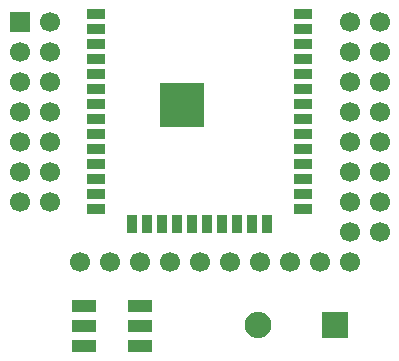
<source format=gbr>
%TF.GenerationSoftware,KiCad,Pcbnew,8.0.4*%
%TF.CreationDate,2024-08-06T00:37:43-04:00*%
%TF.ProjectId,ESP32-WROOM-Socket-Legacy-v2,45535033-322d-4575-924f-4f4d2d536f63,rev?*%
%TF.SameCoordinates,Original*%
%TF.FileFunction,Soldermask,Top*%
%TF.FilePolarity,Negative*%
%FSLAX46Y46*%
G04 Gerber Fmt 4.6, Leading zero omitted, Abs format (unit mm)*
G04 Created by KiCad (PCBNEW 8.0.4) date 2024-08-06 00:37:43*
%MOMM*%
%LPD*%
G01*
G04 APERTURE LIST*
%ADD10R,2.000000X1.100000*%
%ADD11R,1.700000X1.700000*%
%ADD12R,1.500000X0.900000*%
%ADD13C,1.700000*%
%ADD14R,0.900000X1.500000*%
%ADD15R,3.800000X3.800000*%
%ADD16R,2.250000X2.250000*%
%ADD17O,2.250000X2.250000*%
G04 APERTURE END LIST*
D10*
%TO.C,D1*%
X150140000Y-105375000D03*
X150140000Y-107075000D03*
X150140000Y-108775000D03*
X154940000Y-108775000D03*
X154940000Y-107075000D03*
X154940000Y-105375000D03*
%TD*%
D11*
%TO.C,U1*%
X144720000Y-81320000D03*
D12*
X151210000Y-80690000D03*
D13*
X147260000Y-81320000D03*
D12*
X151210000Y-81960000D03*
D13*
X144720000Y-83860000D03*
D12*
X151210000Y-83230000D03*
D13*
X147260000Y-83860000D03*
D12*
X151210000Y-84500000D03*
D13*
X144720000Y-86400000D03*
D12*
X151210000Y-85770000D03*
D13*
X147260000Y-86400000D03*
D12*
X151210000Y-87040000D03*
D13*
X144720000Y-88940000D03*
D12*
X151210000Y-88310000D03*
D13*
X147260000Y-88940000D03*
D12*
X151210000Y-89580000D03*
D13*
X144720000Y-91480000D03*
D12*
X151210000Y-90850000D03*
D13*
X147260000Y-91480000D03*
D12*
X151210000Y-92120000D03*
D13*
X144720000Y-94020000D03*
D12*
X151210000Y-93390000D03*
D13*
X147260000Y-94020000D03*
D12*
X151210000Y-94660000D03*
D13*
X144720000Y-96560000D03*
D12*
X151210000Y-95930000D03*
D13*
X147260000Y-96560000D03*
D12*
X151210000Y-97200000D03*
D13*
X149800000Y-101640000D03*
D14*
X154250000Y-98450000D03*
D13*
X152340000Y-101640000D03*
D14*
X155520000Y-98450000D03*
D13*
X154880000Y-101640000D03*
D14*
X156790000Y-98450000D03*
D13*
X157420000Y-101640000D03*
D14*
X158060000Y-98450000D03*
X159330000Y-98450000D03*
D13*
X159960000Y-101640000D03*
D14*
X160600000Y-98450000D03*
D13*
X162500000Y-101640000D03*
D14*
X161870000Y-98450000D03*
D13*
X165040000Y-101640000D03*
D14*
X163140000Y-98450000D03*
D13*
X167580000Y-101640000D03*
D14*
X164410000Y-98450000D03*
D13*
X170120000Y-101640000D03*
D14*
X165680000Y-98450000D03*
D13*
X172660000Y-101640000D03*
D12*
X168710000Y-97200000D03*
D13*
X172660000Y-99100000D03*
X175200000Y-96560000D03*
D12*
X168710000Y-95930000D03*
D13*
X172660000Y-96560000D03*
D12*
X168710000Y-94660000D03*
D13*
X175200000Y-94020000D03*
D12*
X168710000Y-93390000D03*
D13*
X172660000Y-94020000D03*
D12*
X168710000Y-92120000D03*
D13*
X175200000Y-91480000D03*
D12*
X168710000Y-90850000D03*
D13*
X172660000Y-91480000D03*
D12*
X168710000Y-89580000D03*
D13*
X175200000Y-88940000D03*
D12*
X168710000Y-88310000D03*
D13*
X172660000Y-88940000D03*
D12*
X168710000Y-87040000D03*
D13*
X175200000Y-86400000D03*
D12*
X168710000Y-85770000D03*
D13*
X172660000Y-86400000D03*
D12*
X168710000Y-84500000D03*
D13*
X175200000Y-83860000D03*
D12*
X168710000Y-83230000D03*
D13*
X172660000Y-83860000D03*
D12*
X168710000Y-81960000D03*
D13*
X175200000Y-81320000D03*
D12*
X168710000Y-80690000D03*
D13*
X172660000Y-81320000D03*
X175200000Y-99100000D03*
D15*
X158460000Y-88410000D03*
%TD*%
D16*
%TO.C,SW2*%
X171450000Y-107000000D03*
D17*
X164950000Y-107000000D03*
%TD*%
M02*

</source>
